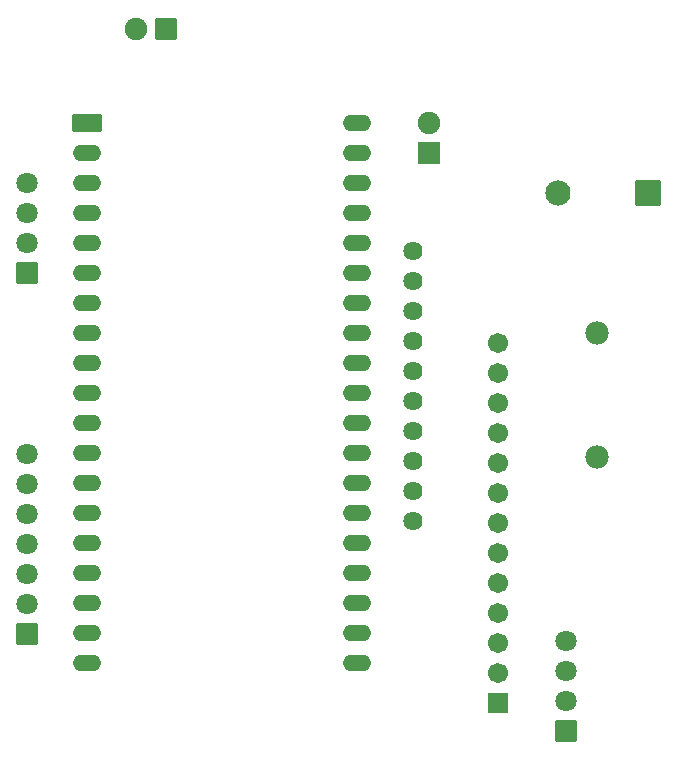
<source format=gts>
G04 Layer: TopSolderMaskLayer*
G04 EasyEDA v6.5.23, 2023-06-13 11:48:38*
G04 e563b856323e489fb497cbcb29ae2dd2,10*
G04 Gerber Generator version 0.2*
G04 Scale: 100 percent, Rotated: No, Reflected: No *
G04 Dimensions in millimeters *
G04 leading zeros omitted , absolute positions ,4 integer and 5 decimal *
%FSLAX45Y45*%
%MOMM*%

%AMMACRO1*1,1,$1,$2,$3*1,1,$1,$4,$5*1,1,$1,0-$2,0-$3*1,1,$1,0-$4,0-$5*20,1,$1,$2,$3,$4,$5,0*20,1,$1,$4,$5,0-$2,0-$3,0*20,1,$1,0-$2,0-$3,0-$4,0-$5,0*20,1,$1,0-$4,0-$5,$2,$3,0*4,1,4,$2,$3,$4,$5,0-$2,0-$3,0-$4,0-$5,$2,$3,0*%
%ADD10C,1.6256*%
%ADD11C,1.9812*%
%ADD12MACRO1,0.1016X-1.016X1.016X1.016X1.016*%
%ADD13C,2.1336*%
%ADD14MACRO1,0.2032X1.143X0.635X1.143X-0.635*%
%ADD15O,2.3876X1.3716000000000002*%
%ADD16C,1.9000*%
%ADD17MACRO1,0.3X-0.8X0.8X0.8X0.8*%
%ADD18MACRO1,0.1016X-0.85X-0.85X-0.85X0.85*%
%ADD19C,1.8016*%
%ADD20R,1.7016X1.7016*%
%ADD21C,1.7016*%
%ADD22MACRO1,0.1016X-0.9X-0.9X-0.9X0.9*%
%ADD23C,1.9016*%

%LPD*%
D10*
G01*
X3519982Y2438984D03*
G01*
X3519982Y4724984D03*
G01*
X3519982Y4470984D03*
G01*
X3519982Y4216984D03*
G01*
X3519982Y3962984D03*
G01*
X3519982Y3708984D03*
G01*
X3519982Y3454984D03*
G01*
X3519982Y3200984D03*
G01*
X3519982Y2946984D03*
G01*
X3519982Y2692984D03*
D11*
G01*
X5080000Y2980207D03*
G01*
X5080000Y4030192D03*
D12*
G01*
X5511800Y5219700D03*
D13*
G01*
X4750790Y5219700D03*
D14*
G01*
X756996Y5808992D03*
D15*
G01*
X756996Y5554979D03*
G01*
X756996Y5300979D03*
G01*
X756996Y5046979D03*
G01*
X756996Y4792979D03*
G01*
X756996Y4538979D03*
G01*
X756996Y4284979D03*
G01*
X756996Y4030979D03*
G01*
X756996Y3776979D03*
G01*
X756996Y3522979D03*
G01*
X756996Y3268979D03*
G01*
X756996Y3014979D03*
G01*
X756996Y2760979D03*
G01*
X756996Y2506979D03*
G01*
X756996Y2252979D03*
G01*
X756996Y1998979D03*
G01*
X756996Y1744979D03*
G01*
X756996Y1490979D03*
G01*
X756996Y1236979D03*
G01*
X3042996Y1236979D03*
G01*
X3042996Y1490979D03*
G01*
X3042996Y1744979D03*
G01*
X3042996Y1998979D03*
G01*
X3042996Y2252979D03*
G01*
X3042996Y2506979D03*
G01*
X3042996Y2760979D03*
G01*
X3042996Y3014979D03*
G01*
X3042996Y3268979D03*
G01*
X3042996Y3522979D03*
G01*
X3042996Y3776979D03*
G01*
X3042996Y4030979D03*
G01*
X3042996Y4284979D03*
G01*
X3042996Y4538979D03*
G01*
X3042996Y4792979D03*
G01*
X3042996Y5046979D03*
G01*
X3042996Y5300979D03*
G01*
X3042996Y5554979D03*
G01*
X3042996Y5808979D03*
D16*
G01*
X1175004Y6604000D03*
D17*
G01*
X1424998Y6604000D03*
D18*
G01*
X4813300Y660400D03*
D19*
G01*
X4813325Y914400D03*
G01*
X4813325Y1168400D03*
G01*
X4813325Y1422400D03*
D20*
G01*
X4241800Y901700D03*
D21*
G01*
X4241800Y1155700D03*
G01*
X4241800Y1409700D03*
G01*
X4241800Y1663700D03*
G01*
X4241800Y1917700D03*
G01*
X4241800Y2171700D03*
G01*
X4241800Y2425700D03*
G01*
X4241800Y2679700D03*
G01*
X4241800Y2933700D03*
G01*
X4241800Y3187700D03*
G01*
X4241800Y3441700D03*
G01*
X4241800Y3695700D03*
G01*
X4241800Y3949700D03*
D22*
G01*
X3657600Y5552988D03*
D23*
G01*
X3657600Y5806998D03*
D18*
G01*
X249999Y1487995D03*
D19*
G01*
X250012Y1741982D03*
G01*
X250012Y1995982D03*
G01*
X250012Y2249982D03*
G01*
X250012Y2503982D03*
G01*
X250012Y2757982D03*
G01*
X250012Y3011982D03*
D18*
G01*
X249999Y4543988D03*
D19*
G01*
X250012Y4797983D03*
G01*
X250012Y5051983D03*
G01*
X250012Y5305983D03*
M02*

</source>
